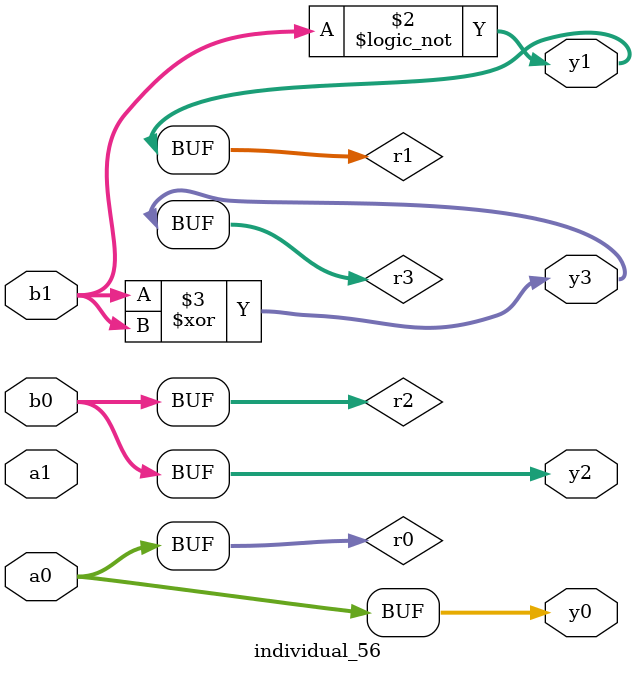
<source format=sv>
module individual_56(input logic [15:0] a1, input logic [15:0] a0, input logic [15:0] b1, input logic [15:0] b0, output logic [15:0] y3, output logic [15:0] y2, output logic [15:0] y1, output logic [15:0] y0);
logic [15:0] r0, r1, r2, r3; 
 always@(*) begin 
	 r0 = a0; r1 = a1; r2 = b0; r3 = b1; 
 	 r1 = ! b1 ;
 	 r3  ^=  b1 ;
 	 y3 = r3; y2 = r2; y1 = r1; y0 = r0; 
end
endmodule
</source>
